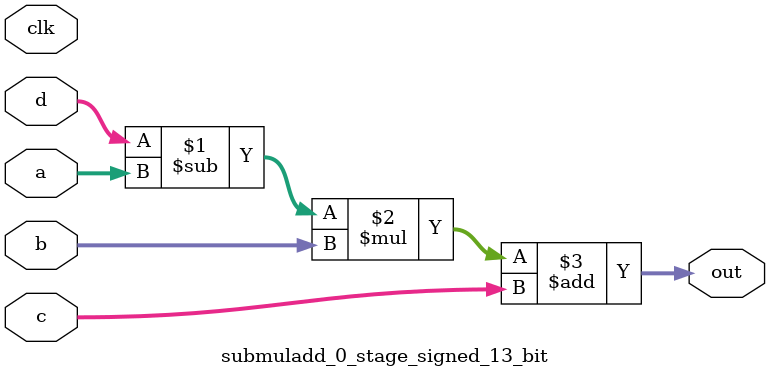
<source format=sv>
(* use_dsp = "yes" *) module submuladd_0_stage_signed_13_bit(
	input signed [12:0] a,
	input signed [12:0] b,
	input signed [12:0] c,
	input signed [12:0] d,
	output [12:0] out,
	input clk);

	assign out = ((d - a) * b) + c;
endmodule

</source>
